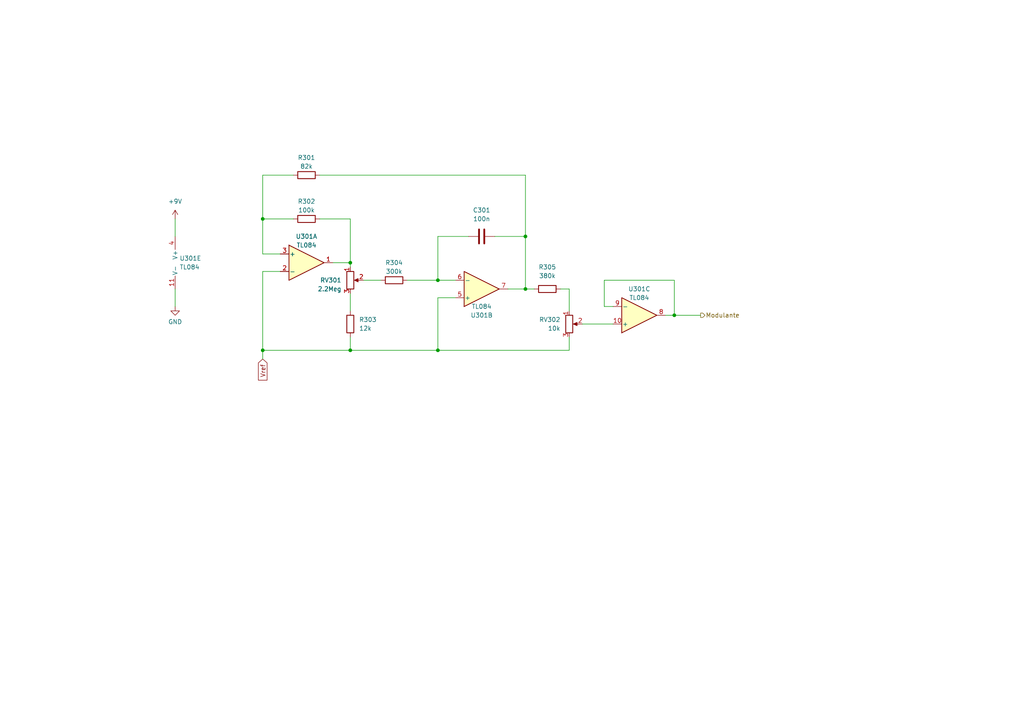
<source format=kicad_sch>
(kicad_sch (version 20211123) (generator eeschema)

  (uuid 9b1410be-f6fc-4f68-924f-16e8ebb7914f)

  (paper "A4")

  (lib_symbols
    (symbol "Amplifier_Operational:TL084" (pin_names (offset 0.127)) (in_bom yes) (on_board yes)
      (property "Reference" "U" (id 0) (at 0 5.08 0)
        (effects (font (size 1.27 1.27)) (justify left))
      )
      (property "Value" "TL084" (id 1) (at 0 -5.08 0)
        (effects (font (size 1.27 1.27)) (justify left))
      )
      (property "Footprint" "" (id 2) (at -1.27 2.54 0)
        (effects (font (size 1.27 1.27)) hide)
      )
      (property "Datasheet" "http://www.ti.com/lit/ds/symlink/tl081.pdf" (id 3) (at 1.27 5.08 0)
        (effects (font (size 1.27 1.27)) hide)
      )
      (property "ki_locked" "" (id 4) (at 0 0 0)
        (effects (font (size 1.27 1.27)))
      )
      (property "ki_keywords" "quad opamp" (id 5) (at 0 0 0)
        (effects (font (size 1.27 1.27)) hide)
      )
      (property "ki_description" "Quad JFET-Input Operational Amplifiers, DIP-14/SOIC-14/SSOP-14" (id 6) (at 0 0 0)
        (effects (font (size 1.27 1.27)) hide)
      )
      (property "ki_fp_filters" "SOIC*3.9x8.7mm*P1.27mm* DIP*W7.62mm* TSSOP*4.4x5mm*P0.65mm* SSOP*5.3x6.2mm*P0.65mm* MSOP*3x3mm*P0.5mm*" (id 7) (at 0 0 0)
        (effects (font (size 1.27 1.27)) hide)
      )
      (symbol "TL084_1_1"
        (polyline
          (pts
            (xy -5.08 5.08)
            (xy 5.08 0)
            (xy -5.08 -5.08)
            (xy -5.08 5.08)
          )
          (stroke (width 0.254) (type default) (color 0 0 0 0))
          (fill (type background))
        )
        (pin output line (at 7.62 0 180) (length 2.54)
          (name "~" (effects (font (size 1.27 1.27))))
          (number "1" (effects (font (size 1.27 1.27))))
        )
        (pin input line (at -7.62 -2.54 0) (length 2.54)
          (name "-" (effects (font (size 1.27 1.27))))
          (number "2" (effects (font (size 1.27 1.27))))
        )
        (pin input line (at -7.62 2.54 0) (length 2.54)
          (name "+" (effects (font (size 1.27 1.27))))
          (number "3" (effects (font (size 1.27 1.27))))
        )
      )
      (symbol "TL084_2_1"
        (polyline
          (pts
            (xy -5.08 5.08)
            (xy 5.08 0)
            (xy -5.08 -5.08)
            (xy -5.08 5.08)
          )
          (stroke (width 0.254) (type default) (color 0 0 0 0))
          (fill (type background))
        )
        (pin input line (at -7.62 2.54 0) (length 2.54)
          (name "+" (effects (font (size 1.27 1.27))))
          (number "5" (effects (font (size 1.27 1.27))))
        )
        (pin input line (at -7.62 -2.54 0) (length 2.54)
          (name "-" (effects (font (size 1.27 1.27))))
          (number "6" (effects (font (size 1.27 1.27))))
        )
        (pin output line (at 7.62 0 180) (length 2.54)
          (name "~" (effects (font (size 1.27 1.27))))
          (number "7" (effects (font (size 1.27 1.27))))
        )
      )
      (symbol "TL084_3_1"
        (polyline
          (pts
            (xy -5.08 5.08)
            (xy 5.08 0)
            (xy -5.08 -5.08)
            (xy -5.08 5.08)
          )
          (stroke (width 0.254) (type default) (color 0 0 0 0))
          (fill (type background))
        )
        (pin input line (at -7.62 2.54 0) (length 2.54)
          (name "+" (effects (font (size 1.27 1.27))))
          (number "10" (effects (font (size 1.27 1.27))))
        )
        (pin output line (at 7.62 0 180) (length 2.54)
          (name "~" (effects (font (size 1.27 1.27))))
          (number "8" (effects (font (size 1.27 1.27))))
        )
        (pin input line (at -7.62 -2.54 0) (length 2.54)
          (name "-" (effects (font (size 1.27 1.27))))
          (number "9" (effects (font (size 1.27 1.27))))
        )
      )
      (symbol "TL084_4_1"
        (polyline
          (pts
            (xy -5.08 5.08)
            (xy 5.08 0)
            (xy -5.08 -5.08)
            (xy -5.08 5.08)
          )
          (stroke (width 0.254) (type default) (color 0 0 0 0))
          (fill (type background))
        )
        (pin input line (at -7.62 2.54 0) (length 2.54)
          (name "+" (effects (font (size 1.27 1.27))))
          (number "12" (effects (font (size 1.27 1.27))))
        )
        (pin input line (at -7.62 -2.54 0) (length 2.54)
          (name "-" (effects (font (size 1.27 1.27))))
          (number "13" (effects (font (size 1.27 1.27))))
        )
        (pin output line (at 7.62 0 180) (length 2.54)
          (name "~" (effects (font (size 1.27 1.27))))
          (number "14" (effects (font (size 1.27 1.27))))
        )
      )
      (symbol "TL084_5_1"
        (pin power_in line (at -2.54 -7.62 90) (length 3.81)
          (name "V-" (effects (font (size 1.27 1.27))))
          (number "11" (effects (font (size 1.27 1.27))))
        )
        (pin power_in line (at -2.54 7.62 270) (length 3.81)
          (name "V+" (effects (font (size 1.27 1.27))))
          (number "4" (effects (font (size 1.27 1.27))))
        )
      )
    )
    (symbol "Device:C" (pin_numbers hide) (pin_names (offset 0.254)) (in_bom yes) (on_board yes)
      (property "Reference" "C" (id 0) (at 0.635 2.54 0)
        (effects (font (size 1.27 1.27)) (justify left))
      )
      (property "Value" "C" (id 1) (at 0.635 -2.54 0)
        (effects (font (size 1.27 1.27)) (justify left))
      )
      (property "Footprint" "" (id 2) (at 0.9652 -3.81 0)
        (effects (font (size 1.27 1.27)) hide)
      )
      (property "Datasheet" "~" (id 3) (at 0 0 0)
        (effects (font (size 1.27 1.27)) hide)
      )
      (property "ki_keywords" "cap capacitor" (id 4) (at 0 0 0)
        (effects (font (size 1.27 1.27)) hide)
      )
      (property "ki_description" "Unpolarized capacitor" (id 5) (at 0 0 0)
        (effects (font (size 1.27 1.27)) hide)
      )
      (property "ki_fp_filters" "C_*" (id 6) (at 0 0 0)
        (effects (font (size 1.27 1.27)) hide)
      )
      (symbol "C_0_1"
        (polyline
          (pts
            (xy -2.032 -0.762)
            (xy 2.032 -0.762)
          )
          (stroke (width 0.508) (type default) (color 0 0 0 0))
          (fill (type none))
        )
        (polyline
          (pts
            (xy -2.032 0.762)
            (xy 2.032 0.762)
          )
          (stroke (width 0.508) (type default) (color 0 0 0 0))
          (fill (type none))
        )
      )
      (symbol "C_1_1"
        (pin passive line (at 0 3.81 270) (length 2.794)
          (name "~" (effects (font (size 1.27 1.27))))
          (number "1" (effects (font (size 1.27 1.27))))
        )
        (pin passive line (at 0 -3.81 90) (length 2.794)
          (name "~" (effects (font (size 1.27 1.27))))
          (number "2" (effects (font (size 1.27 1.27))))
        )
      )
    )
    (symbol "Device:R" (pin_numbers hide) (pin_names (offset 0)) (in_bom yes) (on_board yes)
      (property "Reference" "R" (id 0) (at 2.032 0 90)
        (effects (font (size 1.27 1.27)))
      )
      (property "Value" "R" (id 1) (at 0 0 90)
        (effects (font (size 1.27 1.27)))
      )
      (property "Footprint" "" (id 2) (at -1.778 0 90)
        (effects (font (size 1.27 1.27)) hide)
      )
      (property "Datasheet" "~" (id 3) (at 0 0 0)
        (effects (font (size 1.27 1.27)) hide)
      )
      (property "ki_keywords" "R res resistor" (id 4) (at 0 0 0)
        (effects (font (size 1.27 1.27)) hide)
      )
      (property "ki_description" "Resistor" (id 5) (at 0 0 0)
        (effects (font (size 1.27 1.27)) hide)
      )
      (property "ki_fp_filters" "R_*" (id 6) (at 0 0 0)
        (effects (font (size 1.27 1.27)) hide)
      )
      (symbol "R_0_1"
        (rectangle (start -1.016 -2.54) (end 1.016 2.54)
          (stroke (width 0.254) (type default) (color 0 0 0 0))
          (fill (type none))
        )
      )
      (symbol "R_1_1"
        (pin passive line (at 0 3.81 270) (length 1.27)
          (name "~" (effects (font (size 1.27 1.27))))
          (number "1" (effects (font (size 1.27 1.27))))
        )
        (pin passive line (at 0 -3.81 90) (length 1.27)
          (name "~" (effects (font (size 1.27 1.27))))
          (number "2" (effects (font (size 1.27 1.27))))
        )
      )
    )
    (symbol "Device:R_Potentiometer" (pin_names (offset 1.016) hide) (in_bom yes) (on_board yes)
      (property "Reference" "RV" (id 0) (at -4.445 0 90)
        (effects (font (size 1.27 1.27)))
      )
      (property "Value" "R_Potentiometer" (id 1) (at -2.54 0 90)
        (effects (font (size 1.27 1.27)))
      )
      (property "Footprint" "" (id 2) (at 0 0 0)
        (effects (font (size 1.27 1.27)) hide)
      )
      (property "Datasheet" "~" (id 3) (at 0 0 0)
        (effects (font (size 1.27 1.27)) hide)
      )
      (property "ki_keywords" "resistor variable" (id 4) (at 0 0 0)
        (effects (font (size 1.27 1.27)) hide)
      )
      (property "ki_description" "Potentiometer" (id 5) (at 0 0 0)
        (effects (font (size 1.27 1.27)) hide)
      )
      (property "ki_fp_filters" "Potentiometer*" (id 6) (at 0 0 0)
        (effects (font (size 1.27 1.27)) hide)
      )
      (symbol "R_Potentiometer_0_1"
        (polyline
          (pts
            (xy 2.54 0)
            (xy 1.524 0)
          )
          (stroke (width 0) (type default) (color 0 0 0 0))
          (fill (type none))
        )
        (polyline
          (pts
            (xy 1.143 0)
            (xy 2.286 0.508)
            (xy 2.286 -0.508)
            (xy 1.143 0)
          )
          (stroke (width 0) (type default) (color 0 0 0 0))
          (fill (type outline))
        )
        (rectangle (start 1.016 2.54) (end -1.016 -2.54)
          (stroke (width 0.254) (type default) (color 0 0 0 0))
          (fill (type none))
        )
      )
      (symbol "R_Potentiometer_1_1"
        (pin passive line (at 0 3.81 270) (length 1.27)
          (name "1" (effects (font (size 1.27 1.27))))
          (number "1" (effects (font (size 1.27 1.27))))
        )
        (pin passive line (at 3.81 0 180) (length 1.27)
          (name "2" (effects (font (size 1.27 1.27))))
          (number "2" (effects (font (size 1.27 1.27))))
        )
        (pin passive line (at 0 -3.81 90) (length 1.27)
          (name "3" (effects (font (size 1.27 1.27))))
          (number "3" (effects (font (size 1.27 1.27))))
        )
      )
    )
    (symbol "power:+9V" (power) (pin_names (offset 0)) (in_bom yes) (on_board yes)
      (property "Reference" "#PWR" (id 0) (at 0 -3.81 0)
        (effects (font (size 1.27 1.27)) hide)
      )
      (property "Value" "+9V" (id 1) (at 0 3.556 0)
        (effects (font (size 1.27 1.27)))
      )
      (property "Footprint" "" (id 2) (at 0 0 0)
        (effects (font (size 1.27 1.27)) hide)
      )
      (property "Datasheet" "" (id 3) (at 0 0 0)
        (effects (font (size 1.27 1.27)) hide)
      )
      (property "ki_keywords" "power-flag" (id 4) (at 0 0 0)
        (effects (font (size 1.27 1.27)) hide)
      )
      (property "ki_description" "Power symbol creates a global label with name \"+9V\"" (id 5) (at 0 0 0)
        (effects (font (size 1.27 1.27)) hide)
      )
      (symbol "+9V_0_1"
        (polyline
          (pts
            (xy -0.762 1.27)
            (xy 0 2.54)
          )
          (stroke (width 0) (type default) (color 0 0 0 0))
          (fill (type none))
        )
        (polyline
          (pts
            (xy 0 0)
            (xy 0 2.54)
          )
          (stroke (width 0) (type default) (color 0 0 0 0))
          (fill (type none))
        )
        (polyline
          (pts
            (xy 0 2.54)
            (xy 0.762 1.27)
          )
          (stroke (width 0) (type default) (color 0 0 0 0))
          (fill (type none))
        )
      )
      (symbol "+9V_1_1"
        (pin power_in line (at 0 0 90) (length 0) hide
          (name "+9V" (effects (font (size 1.27 1.27))))
          (number "1" (effects (font (size 1.27 1.27))))
        )
      )
    )
    (symbol "power:GND" (power) (pin_names (offset 0)) (in_bom yes) (on_board yes)
      (property "Reference" "#PWR" (id 0) (at 0 -6.35 0)
        (effects (font (size 1.27 1.27)) hide)
      )
      (property "Value" "GND" (id 1) (at 0 -3.81 0)
        (effects (font (size 1.27 1.27)))
      )
      (property "Footprint" "" (id 2) (at 0 0 0)
        (effects (font (size 1.27 1.27)) hide)
      )
      (property "Datasheet" "" (id 3) (at 0 0 0)
        (effects (font (size 1.27 1.27)) hide)
      )
      (property "ki_keywords" "power-flag" (id 4) (at 0 0 0)
        (effects (font (size 1.27 1.27)) hide)
      )
      (property "ki_description" "Power symbol creates a global label with name \"GND\" , ground" (id 5) (at 0 0 0)
        (effects (font (size 1.27 1.27)) hide)
      )
      (symbol "GND_0_1"
        (polyline
          (pts
            (xy 0 0)
            (xy 0 -1.27)
            (xy 1.27 -1.27)
            (xy 0 -2.54)
            (xy -1.27 -1.27)
            (xy 0 -1.27)
          )
          (stroke (width 0) (type default) (color 0 0 0 0))
          (fill (type none))
        )
      )
      (symbol "GND_1_1"
        (pin power_in line (at 0 0 270) (length 0) hide
          (name "GND" (effects (font (size 1.27 1.27))))
          (number "1" (effects (font (size 1.27 1.27))))
        )
      )
    )
  )

  (junction (at 127 101.6) (diameter 0) (color 0 0 0 0)
    (uuid 2e95adbb-a533-4cbf-9e7c-755f4d589dce)
  )
  (junction (at 152.4 83.82) (diameter 0) (color 0 0 0 0)
    (uuid 4bee3b2c-32ca-4220-8403-5fed1e82a3ca)
  )
  (junction (at 76.2 101.6) (diameter 0) (color 0 0 0 0)
    (uuid 4fb812e3-02d9-4e5a-9514-7dc661b8a6ae)
  )
  (junction (at 195.58 91.44) (diameter 0) (color 0 0 0 0)
    (uuid 7406d60f-b251-4c53-95af-9944dca8fd94)
  )
  (junction (at 101.6 76.2) (diameter 0) (color 0 0 0 0)
    (uuid 7f8435d7-f740-4bcf-86db-49eab4b6f013)
  )
  (junction (at 76.2 63.5) (diameter 0) (color 0 0 0 0)
    (uuid a017e5b7-ac45-48eb-8ef3-b899ba4b3346)
  )
  (junction (at 127 81.28) (diameter 0) (color 0 0 0 0)
    (uuid a16eeda3-b581-478d-95e2-1f8099ef7de2)
  )
  (junction (at 101.6 101.6) (diameter 0) (color 0 0 0 0)
    (uuid d8a6dada-d949-4c61-8831-02efcff66273)
  )
  (junction (at 152.4 68.58) (diameter 0) (color 0 0 0 0)
    (uuid db85c5da-c574-44c9-9d5d-00739d716833)
  )

  (wire (pts (xy 175.26 88.9) (xy 175.26 81.28))
    (stroke (width 0) (type default) (color 0 0 0 0))
    (uuid 01ad7c80-9a1e-4dbf-a414-d1420776aa19)
  )
  (wire (pts (xy 81.28 78.74) (xy 76.2 78.74))
    (stroke (width 0) (type default) (color 0 0 0 0))
    (uuid 090e01f2-1bcc-472c-9562-8398187a4dcc)
  )
  (wire (pts (xy 127 86.36) (xy 127 101.6))
    (stroke (width 0) (type default) (color 0 0 0 0))
    (uuid 1005beba-264d-49bd-bb9d-9e4a2626a9c9)
  )
  (wire (pts (xy 76.2 50.8) (xy 76.2 63.5))
    (stroke (width 0) (type default) (color 0 0 0 0))
    (uuid 151fd58c-3c9a-43a4-865b-cb53119e1edf)
  )
  (wire (pts (xy 152.4 83.82) (xy 152.4 68.58))
    (stroke (width 0) (type default) (color 0 0 0 0))
    (uuid 17f4b886-2bb6-4e25-babb-90c75d78caa7)
  )
  (wire (pts (xy 195.58 91.44) (xy 203.2 91.44))
    (stroke (width 0) (type default) (color 0 0 0 0))
    (uuid 1dbb4540-9f9d-490b-9f07-8ece8c63cf1a)
  )
  (wire (pts (xy 76.2 101.6) (xy 76.2 104.14))
    (stroke (width 0) (type default) (color 0 0 0 0))
    (uuid 1ec071cc-6516-415f-9abf-9f6418c89c03)
  )
  (wire (pts (xy 132.08 86.36) (xy 127 86.36))
    (stroke (width 0) (type default) (color 0 0 0 0))
    (uuid 20432f68-342b-400c-ae7a-24b280b55d53)
  )
  (wire (pts (xy 165.1 90.17) (xy 165.1 83.82))
    (stroke (width 0) (type default) (color 0 0 0 0))
    (uuid 2843e7f5-bd37-4f6b-9d2d-3c7ff8216752)
  )
  (wire (pts (xy 92.71 63.5) (xy 101.6 63.5))
    (stroke (width 0) (type default) (color 0 0 0 0))
    (uuid 2b4f9d7a-65bd-413e-a80a-56b19215acfc)
  )
  (wire (pts (xy 101.6 76.2) (xy 101.6 77.47))
    (stroke (width 0) (type default) (color 0 0 0 0))
    (uuid 2b63208d-7d24-499d-9630-95d2864581d4)
  )
  (wire (pts (xy 101.6 97.79) (xy 101.6 101.6))
    (stroke (width 0) (type default) (color 0 0 0 0))
    (uuid 33de9e43-ca82-4ad2-b974-25d55ac2391c)
  )
  (wire (pts (xy 127 68.58) (xy 127 81.28))
    (stroke (width 0) (type default) (color 0 0 0 0))
    (uuid 384a0c14-48cc-4e5c-9261-ac6d1419d18c)
  )
  (wire (pts (xy 76.2 73.66) (xy 76.2 63.5))
    (stroke (width 0) (type default) (color 0 0 0 0))
    (uuid 41c06973-ebef-4f0f-8b9d-30243ad4c134)
  )
  (wire (pts (xy 193.04 91.44) (xy 195.58 91.44))
    (stroke (width 0) (type default) (color 0 0 0 0))
    (uuid 4358c6e9-37d0-4c78-ba09-4f2f08062066)
  )
  (wire (pts (xy 127 81.28) (xy 132.08 81.28))
    (stroke (width 0) (type default) (color 0 0 0 0))
    (uuid 445c61ff-d9a3-4f6f-8a5c-96dd051a7fdb)
  )
  (wire (pts (xy 162.56 83.82) (xy 165.1 83.82))
    (stroke (width 0) (type default) (color 0 0 0 0))
    (uuid 47219ff4-6820-4857-8667-51092090ab66)
  )
  (wire (pts (xy 127 101.6) (xy 165.1 101.6))
    (stroke (width 0) (type default) (color 0 0 0 0))
    (uuid 4b3c3d1b-8ad6-4347-ac68-23a38d72a900)
  )
  (wire (pts (xy 76.2 63.5) (xy 85.09 63.5))
    (stroke (width 0) (type default) (color 0 0 0 0))
    (uuid 4f23b22a-cf00-4550-94e7-b40aa957fd60)
  )
  (wire (pts (xy 152.4 83.82) (xy 154.94 83.82))
    (stroke (width 0) (type default) (color 0 0 0 0))
    (uuid 55d5cb5d-29f8-4f1b-807d-5cfbdc6a2a1f)
  )
  (wire (pts (xy 127 68.58) (xy 135.89 68.58))
    (stroke (width 0) (type default) (color 0 0 0 0))
    (uuid 60f9c75b-7890-425d-9bc9-e90bc1917e95)
  )
  (wire (pts (xy 96.52 76.2) (xy 101.6 76.2))
    (stroke (width 0) (type default) (color 0 0 0 0))
    (uuid 67aee9e7-fb8f-4611-a2f3-0ace8df4c1af)
  )
  (wire (pts (xy 76.2 78.74) (xy 76.2 101.6))
    (stroke (width 0) (type default) (color 0 0 0 0))
    (uuid 6d191e53-c51a-4902-988a-96c379dd7e96)
  )
  (wire (pts (xy 165.1 97.79) (xy 165.1 101.6))
    (stroke (width 0) (type default) (color 0 0 0 0))
    (uuid 7994febd-5551-470d-879e-ee99e66c71a9)
  )
  (wire (pts (xy 105.41 81.28) (xy 110.49 81.28))
    (stroke (width 0) (type default) (color 0 0 0 0))
    (uuid 7b492102-4f5f-4950-8e59-efe450f09d7f)
  )
  (wire (pts (xy 101.6 85.09) (xy 101.6 90.17))
    (stroke (width 0) (type default) (color 0 0 0 0))
    (uuid 89fbb677-e04d-42b6-9d29-dd2a05ce2799)
  )
  (wire (pts (xy 76.2 101.6) (xy 101.6 101.6))
    (stroke (width 0) (type default) (color 0 0 0 0))
    (uuid 8c2e5339-7869-40ac-ab6e-4ff91be9bb9d)
  )
  (wire (pts (xy 143.51 68.58) (xy 152.4 68.58))
    (stroke (width 0) (type default) (color 0 0 0 0))
    (uuid 9b51d7a1-8ebd-4442-a15b-47e7c450736c)
  )
  (wire (pts (xy 81.28 73.66) (xy 76.2 73.66))
    (stroke (width 0) (type default) (color 0 0 0 0))
    (uuid a3b2015f-4f26-40ba-8645-497da53b4928)
  )
  (wire (pts (xy 118.11 81.28) (xy 127 81.28))
    (stroke (width 0) (type default) (color 0 0 0 0))
    (uuid b807751e-2a92-4224-a619-6a21daeeb43a)
  )
  (wire (pts (xy 92.71 50.8) (xy 152.4 50.8))
    (stroke (width 0) (type default) (color 0 0 0 0))
    (uuid bcf60297-5759-4f05-a499-d16e19149125)
  )
  (wire (pts (xy 85.09 50.8) (xy 76.2 50.8))
    (stroke (width 0) (type default) (color 0 0 0 0))
    (uuid c29cd66b-b5c8-4e87-a92b-6c77810eb0fb)
  )
  (wire (pts (xy 168.91 93.98) (xy 177.8 93.98))
    (stroke (width 0) (type default) (color 0 0 0 0))
    (uuid c6553352-14a0-4aef-9df1-de4e1198a351)
  )
  (wire (pts (xy 147.32 83.82) (xy 152.4 83.82))
    (stroke (width 0) (type default) (color 0 0 0 0))
    (uuid ca147755-8a5a-4de4-a091-3b39b5dfa7ad)
  )
  (wire (pts (xy 101.6 101.6) (xy 127 101.6))
    (stroke (width 0) (type default) (color 0 0 0 0))
    (uuid cda7825f-d0f3-470e-8937-24e3b0a57312)
  )
  (wire (pts (xy 101.6 63.5) (xy 101.6 76.2))
    (stroke (width 0) (type default) (color 0 0 0 0))
    (uuid d46b9e31-6c0d-4e99-be43-9a60a9127693)
  )
  (wire (pts (xy 50.8 83.82) (xy 50.8 88.9))
    (stroke (width 0) (type default) (color 0 0 0 0))
    (uuid dd67f4aa-b1a1-4186-b180-8f94693408a5)
  )
  (wire (pts (xy 50.8 63.5) (xy 50.8 68.58))
    (stroke (width 0) (type default) (color 0 0 0 0))
    (uuid e7d3ad2c-fbf4-4f09-ac52-1fba9449fa4b)
  )
  (wire (pts (xy 195.58 81.28) (xy 195.58 91.44))
    (stroke (width 0) (type default) (color 0 0 0 0))
    (uuid f2ed9a7e-6d19-4045-b230-b101ad314284)
  )
  (wire (pts (xy 152.4 68.58) (xy 152.4 50.8))
    (stroke (width 0) (type default) (color 0 0 0 0))
    (uuid f568df5d-8df9-4771-a4f2-e40a47f1cd5a)
  )
  (wire (pts (xy 175.26 81.28) (xy 195.58 81.28))
    (stroke (width 0) (type default) (color 0 0 0 0))
    (uuid fb0354a3-0f41-4c4e-a876-a5aeadb68d87)
  )
  (wire (pts (xy 177.8 88.9) (xy 175.26 88.9))
    (stroke (width 0) (type default) (color 0 0 0 0))
    (uuid fd2db7f3-e550-4307-9b89-3fc7992927f0)
  )

  (global_label "Vref" (shape input) (at 76.2 104.14 270) (fields_autoplaced)
    (effects (font (size 1.27 1.27)) (justify right))
    (uuid cdad7f62-0ddd-49b9-a0ea-eab905209f21)
    (property "Intersheet References" "${INTERSHEET_REFS}" (id 0) (at 76.1206 110.2421 90)
      (effects (font (size 1.27 1.27)) (justify right) hide)
    )
  )

  (hierarchical_label "Modulante" (shape output) (at 203.2 91.44 0)
    (effects (font (size 1.27 1.27)) (justify left))
    (uuid 7d9d5023-a721-46e9-b165-6e3efe76ad8b)
  )

  (symbol (lib_id "Device:C") (at 139.7 68.58 270) (unit 1)
    (in_bom yes) (on_board yes) (fields_autoplaced)
    (uuid 013b7c87-c907-42e0-b3a6-15ba4e39ce5d)
    (property "Reference" "C301" (id 0) (at 139.7 60.96 90))
    (property "Value" "100n" (id 1) (at 139.7 63.5 90))
    (property "Footprint" "Capacitor_THT:CP_Radial_D8.0mm_P5.00mm" (id 2) (at 135.89 69.5452 0)
      (effects (font (size 1.27 1.27)) hide)
    )
    (property "Datasheet" "~" (id 3) (at 139.7 68.58 0)
      (effects (font (size 1.27 1.27)) hide)
    )
    (pin "1" (uuid 3ab5a46d-7e62-4e3c-bafd-a8c77f9eea2d))
    (pin "2" (uuid 9920e04e-d3b6-4c5c-b2db-e5d6f56f6efb))
  )

  (symbol (lib_id "Amplifier_Operational:TL084") (at 185.42 91.44 0) (mirror x) (unit 3)
    (in_bom yes) (on_board yes)
    (uuid 01bd2fc4-5af7-49bb-8fa2-dcd12d9eb0dc)
    (property "Reference" "U301" (id 0) (at 185.42 83.82 0))
    (property "Value" "TL084" (id 1) (at 185.42 86.36 0))
    (property "Footprint" "Package_DIP:DIP-14_W7.62mm" (id 2) (at 184.15 93.98 0)
      (effects (font (size 1.27 1.27)) hide)
    )
    (property "Datasheet" "http://www.ti.com/lit/ds/symlink/tl081.pdf" (id 3) (at 186.69 96.52 0)
      (effects (font (size 1.27 1.27)) hide)
    )
    (pin "10" (uuid 2b78a581-547d-4ed6-95fa-fd7f4a7be14d))
    (pin "8" (uuid 35fdd1b0-0600-4c46-9cf2-27fccc716202))
    (pin "9" (uuid 01d6dc28-19bf-4854-9a44-9963d2554cd3))
  )

  (symbol (lib_id "power:+9V") (at 50.8 63.5 0) (unit 1)
    (in_bom yes) (on_board yes) (fields_autoplaced)
    (uuid 5a05849e-3d0b-4a0f-8193-09ae759cddf7)
    (property "Reference" "#PWR0301" (id 0) (at 50.8 67.31 0)
      (effects (font (size 1.27 1.27)) hide)
    )
    (property "Value" "+9V" (id 1) (at 50.8 58.42 0))
    (property "Footprint" "" (id 2) (at 50.8 63.5 0)
      (effects (font (size 1.27 1.27)) hide)
    )
    (property "Datasheet" "" (id 3) (at 50.8 63.5 0)
      (effects (font (size 1.27 1.27)) hide)
    )
    (pin "1" (uuid 7d62bf8f-89cb-4e1b-8079-e051ec16b3c2))
  )

  (symbol (lib_id "Amplifier_Operational:TL084") (at 53.34 76.2 0) (unit 5)
    (in_bom yes) (on_board yes) (fields_autoplaced)
    (uuid 5d9dc291-a4d7-4928-89e9-cbfd13f1116b)
    (property "Reference" "U301" (id 0) (at 52.07 74.9299 0)
      (effects (font (size 1.27 1.27)) (justify left))
    )
    (property "Value" "TL084" (id 1) (at 52.07 77.4699 0)
      (effects (font (size 1.27 1.27)) (justify left))
    )
    (property "Footprint" "Package_DIP:DIP-14_W7.62mm" (id 2) (at 52.07 73.66 0)
      (effects (font (size 1.27 1.27)) hide)
    )
    (property "Datasheet" "http://www.ti.com/lit/ds/symlink/tl081.pdf" (id 3) (at 54.61 71.12 0)
      (effects (font (size 1.27 1.27)) hide)
    )
    (pin "11" (uuid ffb24f50-9bb7-4260-ad98-a898165d64db))
    (pin "4" (uuid d2501d77-a412-49f1-b69d-a5e460b5ec13))
  )

  (symbol (lib_id "Device:R_Potentiometer") (at 165.1 93.98 0) (unit 1)
    (in_bom yes) (on_board yes) (fields_autoplaced)
    (uuid 6a4b876b-729b-46f5-80c5-ba7a8f86dd03)
    (property "Reference" "RV302" (id 0) (at 162.56 92.7099 0)
      (effects (font (size 1.27 1.27)) (justify right))
    )
    (property "Value" "10k" (id 1) (at 162.56 95.2499 0)
      (effects (font (size 1.27 1.27)) (justify right))
    )
    (property "Footprint" "Connector_PinHeader_2.54mm:PinHeader_1x03_P2.54mm_Vertical" (id 2) (at 165.1 93.98 0)
      (effects (font (size 1.27 1.27)) hide)
    )
    (property "Datasheet" "~" (id 3) (at 165.1 93.98 0)
      (effects (font (size 1.27 1.27)) hide)
    )
    (pin "1" (uuid 80e1af85-5117-4327-a01c-3a4bb6add97a))
    (pin "2" (uuid 08284405-bb7d-4a1b-ba9c-a93e4992dd78))
    (pin "3" (uuid 7584d430-1625-4630-a5f6-a1b5f6f1b2d0))
  )

  (symbol (lib_id "Amplifier_Operational:TL084") (at 139.7 83.82 0) (mirror x) (unit 2)
    (in_bom yes) (on_board yes)
    (uuid 6d09cc07-4882-4265-9760-5009a8e78eed)
    (property "Reference" "U301" (id 0) (at 139.7 91.44 0))
    (property "Value" "TL084" (id 1) (at 139.7 88.9 0))
    (property "Footprint" "Package_DIP:DIP-14_W7.62mm" (id 2) (at 138.43 86.36 0)
      (effects (font (size 1.27 1.27)) hide)
    )
    (property "Datasheet" "http://www.ti.com/lit/ds/symlink/tl081.pdf" (id 3) (at 140.97 88.9 0)
      (effects (font (size 1.27 1.27)) hide)
    )
    (pin "5" (uuid ee585fa4-a9a0-415d-8473-66a77a81891e))
    (pin "6" (uuid a27c1183-26a0-4e11-8612-bc7141f75dcb))
    (pin "7" (uuid 5b489075-48b0-449b-81a5-5e4691d1c561))
  )

  (symbol (lib_id "Device:R") (at 88.9 63.5 90) (unit 1)
    (in_bom yes) (on_board yes)
    (uuid 72735f73-c7c3-486b-bf3b-8e18460a7299)
    (property "Reference" "R302" (id 0) (at 88.9 58.42 90))
    (property "Value" "100k" (id 1) (at 88.9 60.96 90))
    (property "Footprint" "Resistor_THT:R_Box_L8.4mm_W2.5mm_P5.08mm" (id 2) (at 88.9 65.278 90)
      (effects (font (size 1.27 1.27)) hide)
    )
    (property "Datasheet" "~" (id 3) (at 88.9 63.5 0)
      (effects (font (size 1.27 1.27)) hide)
    )
    (pin "1" (uuid 44fcfaf3-cb94-4338-b119-87321ea03218))
    (pin "2" (uuid 3f6b4cde-53d6-4dd4-a8ef-732139ae3113))
  )

  (symbol (lib_id "Device:R") (at 114.3 81.28 90) (unit 1)
    (in_bom yes) (on_board yes)
    (uuid 7665129a-ae23-4df0-90d9-45a52cfb502c)
    (property "Reference" "R304" (id 0) (at 114.3 76.2 90))
    (property "Value" "300k" (id 1) (at 114.3 78.74 90))
    (property "Footprint" "Resistor_THT:R_Box_L8.4mm_W2.5mm_P5.08mm" (id 2) (at 114.3 83.058 90)
      (effects (font (size 1.27 1.27)) hide)
    )
    (property "Datasheet" "~" (id 3) (at 114.3 81.28 0)
      (effects (font (size 1.27 1.27)) hide)
    )
    (pin "1" (uuid 2850e49d-3579-4fea-8fcf-23dc0a535f9e))
    (pin "2" (uuid 154f443a-7d7d-4d41-99bb-b1dab5ecbd26))
  )

  (symbol (lib_id "power:GND") (at 50.8 88.9 0) (unit 1)
    (in_bom yes) (on_board yes) (fields_autoplaced)
    (uuid 8386bbc5-5c1b-43f7-acff-198ddc36b7a9)
    (property "Reference" "#PWR0302" (id 0) (at 50.8 95.25 0)
      (effects (font (size 1.27 1.27)) hide)
    )
    (property "Value" "GND" (id 1) (at 50.8 93.345 0))
    (property "Footprint" "" (id 2) (at 50.8 88.9 0)
      (effects (font (size 1.27 1.27)) hide)
    )
    (property "Datasheet" "" (id 3) (at 50.8 88.9 0)
      (effects (font (size 1.27 1.27)) hide)
    )
    (pin "1" (uuid 5cad8c9d-7060-498d-80ea-9365ef10aeeb))
  )

  (symbol (lib_id "Device:R") (at 88.9 50.8 90) (unit 1)
    (in_bom yes) (on_board yes)
    (uuid a941b7f2-4895-4bec-84a6-70db497ee08c)
    (property "Reference" "R301" (id 0) (at 88.9 45.72 90))
    (property "Value" "82k" (id 1) (at 88.9 48.26 90))
    (property "Footprint" "Resistor_THT:R_Box_L8.4mm_W2.5mm_P5.08mm" (id 2) (at 88.9 52.578 90)
      (effects (font (size 1.27 1.27)) hide)
    )
    (property "Datasheet" "~" (id 3) (at 88.9 50.8 0)
      (effects (font (size 1.27 1.27)) hide)
    )
    (pin "1" (uuid 935e0aa9-d0d1-42c8-9e29-710940582d5b))
    (pin "2" (uuid 133dc3ad-067a-4224-9fd8-9f8095c69d6e))
  )

  (symbol (lib_id "Device:R") (at 158.75 83.82 90) (unit 1)
    (in_bom yes) (on_board yes) (fields_autoplaced)
    (uuid bbb44e97-d8c6-413f-907c-55e51b4fbcf8)
    (property "Reference" "R305" (id 0) (at 158.75 77.47 90))
    (property "Value" "380k" (id 1) (at 158.75 80.01 90))
    (property "Footprint" "Resistor_THT:R_Box_L8.4mm_W2.5mm_P5.08mm" (id 2) (at 158.75 85.598 90)
      (effects (font (size 1.27 1.27)) hide)
    )
    (property "Datasheet" "~" (id 3) (at 158.75 83.82 0)
      (effects (font (size 1.27 1.27)) hide)
    )
    (pin "1" (uuid dec490bf-e7d4-45d0-8038-db0364e0fce5))
    (pin "2" (uuid 3630743c-fc75-4e6a-8b09-e54d0c726498))
  )

  (symbol (lib_id "Device:R_Potentiometer") (at 101.6 81.28 0) (unit 1)
    (in_bom yes) (on_board yes)
    (uuid c22a5063-fae8-4bbe-a3fd-11c8cbd7d881)
    (property "Reference" "RV301" (id 0) (at 99.06 81.28 0)
      (effects (font (size 1.27 1.27)) (justify right))
    )
    (property "Value" "2.2Meg" (id 1) (at 99.06 83.82 0)
      (effects (font (size 1.27 1.27)) (justify right))
    )
    (property "Footprint" "Connector_PinHeader_2.54mm:PinHeader_1x03_P2.54mm_Vertical" (id 2) (at 101.6 81.28 0)
      (effects (font (size 1.27 1.27)) hide)
    )
    (property "Datasheet" "~" (id 3) (at 101.6 81.28 0)
      (effects (font (size 1.27 1.27)) hide)
    )
    (pin "1" (uuid 4997c37b-168d-4bbd-9073-89e792676323))
    (pin "2" (uuid 76a6d3ca-09fd-4c1a-86d8-1efec6957e84))
    (pin "3" (uuid 523f7933-bc84-47ea-9c3e-c1a4b7ef1d76))
  )

  (symbol (lib_id "Device:R") (at 101.6 93.98 180) (unit 1)
    (in_bom yes) (on_board yes) (fields_autoplaced)
    (uuid d1dd0664-8b24-4c2c-8ab4-ddbe2c39a0b4)
    (property "Reference" "R303" (id 0) (at 104.14 92.7099 0)
      (effects (font (size 1.27 1.27)) (justify right))
    )
    (property "Value" "12k" (id 1) (at 104.14 95.2499 0)
      (effects (font (size 1.27 1.27)) (justify right))
    )
    (property "Footprint" "Resistor_THT:R_Box_L8.4mm_W2.5mm_P5.08mm" (id 2) (at 103.378 93.98 90)
      (effects (font (size 1.27 1.27)) hide)
    )
    (property "Datasheet" "~" (id 3) (at 101.6 93.98 0)
      (effects (font (size 1.27 1.27)) hide)
    )
    (pin "1" (uuid f8091b21-c87d-4116-816c-c832c7d69385))
    (pin "2" (uuid b9e14846-f8b9-4e53-80ee-ba0e31ef45bc))
  )

  (symbol (lib_id "Amplifier_Operational:TL084") (at 88.9 76.2 0) (unit 1)
    (in_bom yes) (on_board yes)
    (uuid f4b345da-3098-4c56-a3ac-20dc5ee64e29)
    (property "Reference" "U301" (id 0) (at 88.9 68.58 0))
    (property "Value" "TL084" (id 1) (at 88.9 71.12 0))
    (property "Footprint" "Package_DIP:DIP-14_W7.62mm" (id 2) (at 87.63 73.66 0)
      (effects (font (size 1.27 1.27)) hide)
    )
    (property "Datasheet" "http://www.ti.com/lit/ds/symlink/tl081.pdf" (id 3) (at 90.17 71.12 0)
      (effects (font (size 1.27 1.27)) hide)
    )
    (pin "1" (uuid 666e3b27-13ef-461a-b510-042c22f59935))
    (pin "2" (uuid f22fda97-b9ab-4283-a6cb-35c71dbf5159))
    (pin "3" (uuid 3c6f436f-016a-4dc3-a214-51b858ddad3a))
  )
)

</source>
